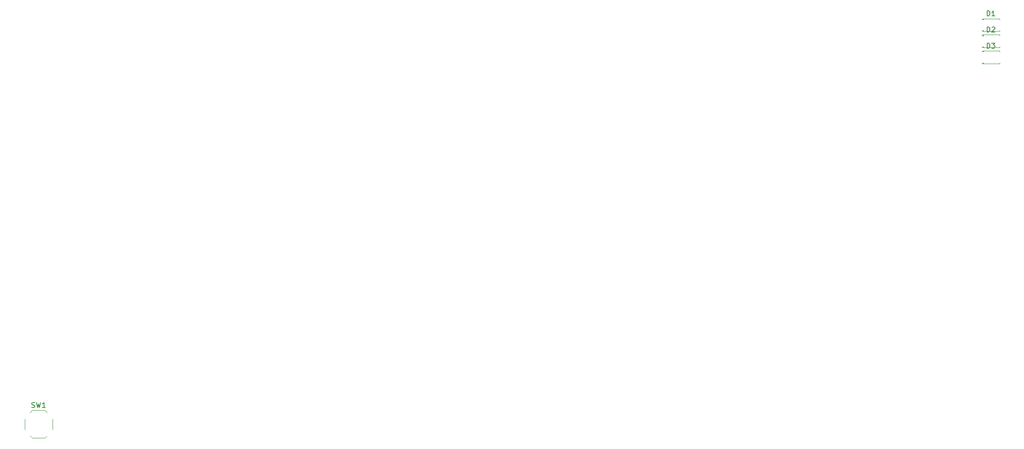
<source format=gbr>
G04 #@! TF.GenerationSoftware,KiCad,Pcbnew,(5.0.0)*
G04 #@! TF.CreationDate,2018-12-28T22:23:35+01:00*
G04 #@! TF.ProjectId,cypher,6379706865722E6B696361645F706362,rev?*
G04 #@! TF.SameCoordinates,Original*
G04 #@! TF.FileFunction,Legend,Top*
G04 #@! TF.FilePolarity,Positive*
%FSLAX46Y46*%
G04 Gerber Fmt 4.6, Leading zero omitted, Abs format (unit mm)*
G04 Created by KiCad (PCBNEW (5.0.0)) date 12/28/18 22:23:35*
%MOMM*%
%LPD*%
G01*
G04 APERTURE LIST*
%ADD10C,0.120000*%
%ADD11C,0.150000*%
G04 APERTURE END LIST*
D10*
G04 #@! TO.C,D1*
X316700000Y-104680000D02*
X316700000Y-104860000D01*
X316700000Y-102340000D02*
X316700000Y-102520000D01*
X316580000Y-104680000D02*
X316580000Y-104860000D01*
X316580000Y-102340000D02*
X316580000Y-102520000D01*
X319880000Y-104695000D02*
X319880000Y-104860000D01*
X319880000Y-102340000D02*
X319880000Y-102505000D01*
X316460000Y-104680000D02*
X316460000Y-104860000D01*
X316460000Y-102340000D02*
X316460000Y-102520000D01*
X316460000Y-104860000D02*
X319880000Y-104860000D01*
X316460000Y-102340000D02*
X319880000Y-102340000D01*
G04 #@! TO.C,D2*
X316700000Y-107880000D02*
X316700000Y-108060000D01*
X316700000Y-105540000D02*
X316700000Y-105720000D01*
X316580000Y-107880000D02*
X316580000Y-108060000D01*
X316580000Y-105540000D02*
X316580000Y-105720000D01*
X319880000Y-107895000D02*
X319880000Y-108060000D01*
X319880000Y-105540000D02*
X319880000Y-105705000D01*
X316460000Y-107880000D02*
X316460000Y-108060000D01*
X316460000Y-105540000D02*
X316460000Y-105720000D01*
X316460000Y-108060000D02*
X319880000Y-108060000D01*
X316460000Y-105540000D02*
X319880000Y-105540000D01*
G04 #@! TO.C,D3*
X316700000Y-111080000D02*
X316700000Y-111260000D01*
X316700000Y-108740000D02*
X316700000Y-108920000D01*
X316580000Y-111080000D02*
X316580000Y-111260000D01*
X316580000Y-108740000D02*
X316580000Y-108920000D01*
X319880000Y-111095000D02*
X319880000Y-111260000D01*
X319880000Y-108740000D02*
X319880000Y-108905000D01*
X316460000Y-111080000D02*
X316460000Y-111260000D01*
X316460000Y-108740000D02*
X316460000Y-108920000D01*
X316460000Y-111260000D02*
X319880000Y-111260000D01*
X316460000Y-108740000D02*
X319880000Y-108740000D01*
G04 #@! TO.C,SW1*
X128350000Y-179950000D02*
X130850000Y-179950000D01*
X126850000Y-181700000D02*
X126850000Y-183700000D01*
X128350000Y-185450000D02*
X130850000Y-185450000D01*
X132350000Y-181700000D02*
X132350000Y-183700000D01*
X127900000Y-180400000D02*
X128350000Y-179950000D01*
X131300000Y-180400000D02*
X130850000Y-179950000D01*
X131300000Y-185000000D02*
X130850000Y-185450000D01*
X127900000Y-185000000D02*
X128350000Y-185450000D01*
G04 #@! TO.C,D1*
D11*
X317431904Y-101792380D02*
X317431904Y-100792380D01*
X317670000Y-100792380D01*
X317812857Y-100840000D01*
X317908095Y-100935238D01*
X317955714Y-101030476D01*
X318003333Y-101220952D01*
X318003333Y-101363809D01*
X317955714Y-101554285D01*
X317908095Y-101649523D01*
X317812857Y-101744761D01*
X317670000Y-101792380D01*
X317431904Y-101792380D01*
X318955714Y-101792380D02*
X318384285Y-101792380D01*
X318670000Y-101792380D02*
X318670000Y-100792380D01*
X318574761Y-100935238D01*
X318479523Y-101030476D01*
X318384285Y-101078095D01*
G04 #@! TO.C,D2*
X317431904Y-104992380D02*
X317431904Y-103992380D01*
X317670000Y-103992380D01*
X317812857Y-104040000D01*
X317908095Y-104135238D01*
X317955714Y-104230476D01*
X318003333Y-104420952D01*
X318003333Y-104563809D01*
X317955714Y-104754285D01*
X317908095Y-104849523D01*
X317812857Y-104944761D01*
X317670000Y-104992380D01*
X317431904Y-104992380D01*
X318384285Y-104087619D02*
X318431904Y-104040000D01*
X318527142Y-103992380D01*
X318765238Y-103992380D01*
X318860476Y-104040000D01*
X318908095Y-104087619D01*
X318955714Y-104182857D01*
X318955714Y-104278095D01*
X318908095Y-104420952D01*
X318336666Y-104992380D01*
X318955714Y-104992380D01*
G04 #@! TO.C,D3*
X317431904Y-108192380D02*
X317431904Y-107192380D01*
X317670000Y-107192380D01*
X317812857Y-107240000D01*
X317908095Y-107335238D01*
X317955714Y-107430476D01*
X318003333Y-107620952D01*
X318003333Y-107763809D01*
X317955714Y-107954285D01*
X317908095Y-108049523D01*
X317812857Y-108144761D01*
X317670000Y-108192380D01*
X317431904Y-108192380D01*
X318336666Y-107192380D02*
X318955714Y-107192380D01*
X318622380Y-107573333D01*
X318765238Y-107573333D01*
X318860476Y-107620952D01*
X318908095Y-107668571D01*
X318955714Y-107763809D01*
X318955714Y-108001904D01*
X318908095Y-108097142D01*
X318860476Y-108144761D01*
X318765238Y-108192380D01*
X318479523Y-108192380D01*
X318384285Y-108144761D01*
X318336666Y-108097142D01*
G04 #@! TO.C,SW1*
X128266666Y-179354761D02*
X128409523Y-179402380D01*
X128647619Y-179402380D01*
X128742857Y-179354761D01*
X128790476Y-179307142D01*
X128838095Y-179211904D01*
X128838095Y-179116666D01*
X128790476Y-179021428D01*
X128742857Y-178973809D01*
X128647619Y-178926190D01*
X128457142Y-178878571D01*
X128361904Y-178830952D01*
X128314285Y-178783333D01*
X128266666Y-178688095D01*
X128266666Y-178592857D01*
X128314285Y-178497619D01*
X128361904Y-178450000D01*
X128457142Y-178402380D01*
X128695238Y-178402380D01*
X128838095Y-178450000D01*
X129171428Y-178402380D02*
X129409523Y-179402380D01*
X129600000Y-178688095D01*
X129790476Y-179402380D01*
X130028571Y-178402380D01*
X130933333Y-179402380D02*
X130361904Y-179402380D01*
X130647619Y-179402380D02*
X130647619Y-178402380D01*
X130552380Y-178545238D01*
X130457142Y-178640476D01*
X130361904Y-178688095D01*
G04 #@! TD*
M02*

</source>
